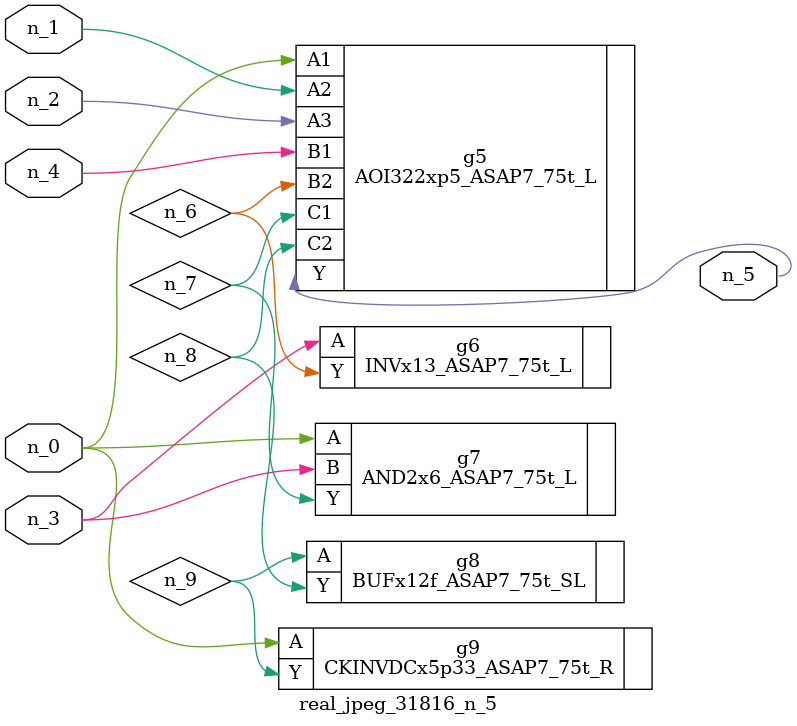
<source format=v>
module real_jpeg_31816_n_5 (n_4, n_0, n_1, n_2, n_3, n_5);

input n_4;
input n_0;
input n_1;
input n_2;
input n_3;

output n_5;

wire n_8;
wire n_6;
wire n_7;
wire n_9;

AOI322xp5_ASAP7_75t_L g5 ( 
.A1(n_0),
.A2(n_1),
.A3(n_2),
.B1(n_4),
.B2(n_6),
.C1(n_7),
.C2(n_8),
.Y(n_5)
);

AND2x6_ASAP7_75t_L g7 ( 
.A(n_0),
.B(n_3),
.Y(n_7)
);

CKINVDCx5p33_ASAP7_75t_R g9 ( 
.A(n_0),
.Y(n_9)
);

INVx13_ASAP7_75t_L g6 ( 
.A(n_3),
.Y(n_6)
);

BUFx12f_ASAP7_75t_SL g8 ( 
.A(n_9),
.Y(n_8)
);


endmodule
</source>
